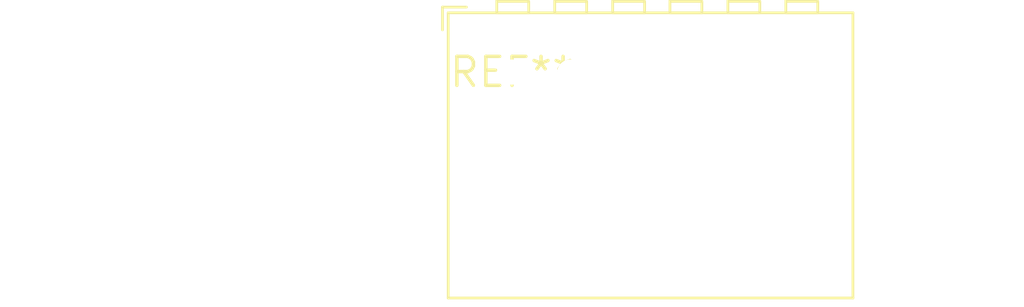
<source format=kicad_pcb>
(kicad_pcb (version 20240108) (generator pcbnew)
  (layers (0 "F.Cu" signal) (31 "B.Cu" signal) (34 "B.Paste" user) (35 "F.Paste" user) (36 "B.SilkS" user "B.Silkscreen") (37 "F.SilkS" user "F.Silkscreen") (38 "B.Mask" user) (39 "F.Mask" user) (44 "Edge.Cuts" user))
  (net 0 "")
  (footprint "TerminalBlock_WAGO_233-506_2x06_P2.54mm" (layer "F.Cu") (at 0 0)
    (property "Reference" "REF**")
    (property "Value" "TerminalBlock_WAGO_233-506_2x06_P2.54mm")
    (fp_line (start -3.05 -2.85) (end -3.05 -1.85) (layer "F.SilkS") (stroke (width 0.12)))
    (fp_line (start -3.05 -2.85) (end -2 -2.85) (layer "F.SilkS") (stroke (width 0.12)))
    (fp_line (start -2.8 -2.6) (end 14.94 -2.6) (layer "F.SilkS") (stroke (width 0.12)))
    (fp_line (start -2.8 9.9) (end -2.8 -2.6) (layer "F.SilkS") (stroke (width 0.12)))
    (fp_line (start 14.94 -2.6) (end 14.94 9.9) (layer "F.SilkS") (stroke (width 0.12)))
    (fp_line (start 14.94 9.9) (end -2.8 9.9) (layer "F.SilkS") (stroke (width 0.12)))
    (fp_rect (start -0.67 -3.1) (end 0.73 -2.6) (layer "F.SilkS") (stroke (width 0.12)) (fill none))
    (fp_rect (start 1.87 -3.1) (end 3.27 -2.6) (layer "F.SilkS") (stroke (width 0.12)) (fill none))
    (fp_rect (start 4.41 -3.1) (end 5.81 -2.6) (layer "F.SilkS") (stroke (width 0.12)) (fill none))
    (fp_rect (start 6.92 -3.1) (end 8.32 -2.6) (layer "F.SilkS") (stroke (width 0.12)) (fill none))
    (fp_rect (start 9.46 -3.100919) (end 10.86 -2.600919) (layer "F.SilkS") (stroke (width 0.12)) (fill none))
    (fp_rect (start 12 -3.100564) (end 13.4 -2.600564) (layer "F.SilkS") (stroke (width 0.12)) (fill none))
    (pad "1" thru_hole roundrect (at 0 0) (size 1.8 3.2) (drill 1.1) (layers *.Cu *.Mask) (remove_unused_layers) (roundrect_rratio 0.1388888889))
    (pad "1" thru_hole roundrect (at 0 5) (size 1.8 3.2) (drill 1.1) (layers *.Cu *.Mask) (remove_unused_layers) (roundrect_rratio 0.1388888889))
    (pad "2" thru_hole oval (at 2.54 0) (size 1.8 3.2) (drill 1.1) (layers *.Cu *.Mask) (remove_unused_layers))
    (pad "2" thru_hole oval (at 2.54 5) (size 1.8 3.2) (drill 1.1) (layers *.Cu *.Mask) (remove_unused_layers))
    (pad "3" thru_hole oval (at 5.08 0) (size 1.8 3.2) (drill 1.1) (layers *.Cu *.Mask) (remove_unused_layers))
    (pad "3" thru_hole oval (at 5.08 5) (size 1.8 3.2) (drill 1.1) (layers *.Cu *.Mask) (remove_unused_layers))
    (pad "4" thru_hole oval (at 7.62 0) (size 1.8 3.2) (drill 1.1) (layers *.Cu *.Mask) (remove_unused_layers))
    (pad "4" thru_hole oval (at 7.62 5) (size 1.8 3.2) (drill 1.1) (layers *.Cu *.Mask) (remove_unused_layers))
    (pad "5" thru_hole oval (at 10.16 0) (size 1.8 3.2) (drill 1.1) (layers *.Cu *.Mask) (remove_unused_layers))
    (pad "5" thru_hole oval (at 10.16 5) (size 1.8 3.2) (drill 1.1) (layers *.Cu *.Mask) (remove_unused_layers))
    (pad "6" thru_hole oval (at 12.7 0) (size 1.8 3.2) (drill 1.1) (layers *.Cu *.Mask) (remove_unused_layers))
    (pad "6" thru_hole oval (at 12.7 5) (size 1.8 3.2) (drill 1.1) (layers *.Cu *.Mask) (remove_unused_layers))
  )
)
</source>
